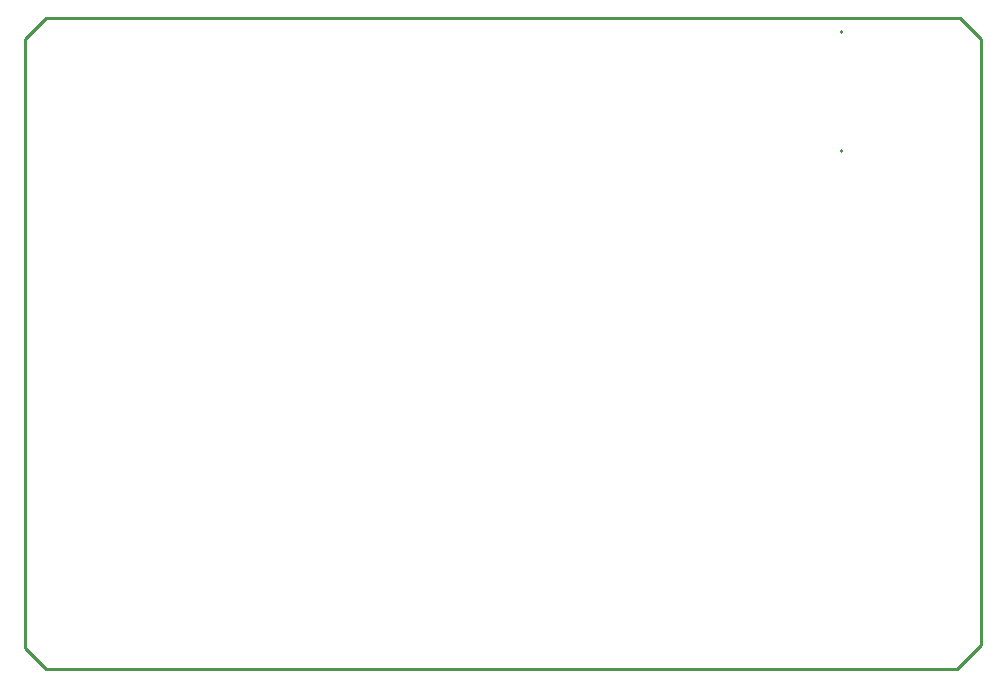
<source format=gm1>
%FSLAX25Y25*%
%MOIN*%
G70*
G01*
G75*
G04 Layer_Color=16711935*
%ADD10R,0.03000X0.03000*%
%ADD11R,0.03000X0.03000*%
%ADD12R,0.03600X0.03600*%
%ADD13R,0.05000X0.03600*%
%ADD14R,0.18898X0.18110*%
%ADD15R,0.02000X0.05000*%
%ADD16R,0.04921X0.04803*%
%ADD17R,0.06299X0.11024*%
%ADD18C,0.01500*%
%ADD19C,0.02500*%
%ADD20C,0.01000*%
%ADD21C,0.05000*%
%ADD22C,0.10000*%
%ADD23R,0.06000X0.06000*%
%ADD24C,0.06000*%
%ADD25C,0.11417*%
%ADD26C,0.19685*%
%ADD27C,0.05906*%
%ADD28R,0.05906X0.05906*%
%ADD29C,0.11811*%
%ADD30C,0.05000*%
%ADD31R,0.10630X0.04331*%
%ADD32R,0.36221X0.42126*%
D20*
X0Y206000D02*
X7000Y213000D01*
Y-4000D02*
X310500D01*
X318500Y4000D01*
X7000Y213000D02*
X311500D01*
X318500Y206000D01*
X0Y3000D02*
Y206000D01*
Y3000D02*
X7000Y-4000D01*
X318500Y4000D02*
Y206000D01*
X271700Y168900D02*
X271900Y168700D01*
X271700Y208700D02*
X271900Y208500D01*
M02*

</source>
